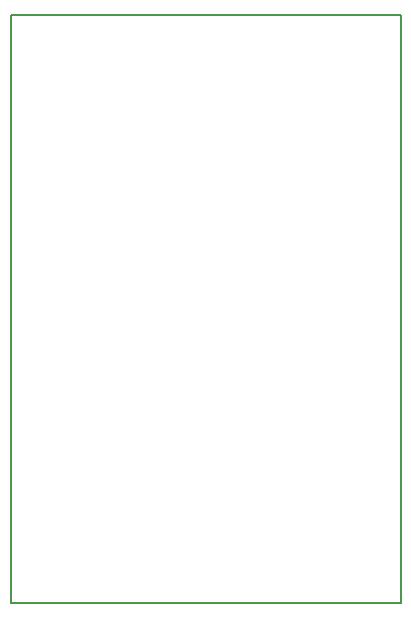
<source format=gbr>
G04 #@! TF.FileFunction,Profile,NP*
%FSLAX46Y46*%
G04 Gerber Fmt 4.6, Leading zero omitted, Abs format (unit mm)*
G04 Created by KiCad (PCBNEW 4.0.4-stable) date 11/06/16 21:39:48*
%MOMM*%
%LPD*%
G01*
G04 APERTURE LIST*
%ADD10C,0.100000*%
%ADD11C,0.150000*%
G04 APERTURE END LIST*
D10*
D11*
X33020000Y-49784000D02*
X33020000Y0D01*
X0Y-49784000D02*
X0Y0D01*
X33020000Y-49784000D02*
X0Y-49784000D01*
X33020000Y0D02*
X0Y0D01*
M02*

</source>
